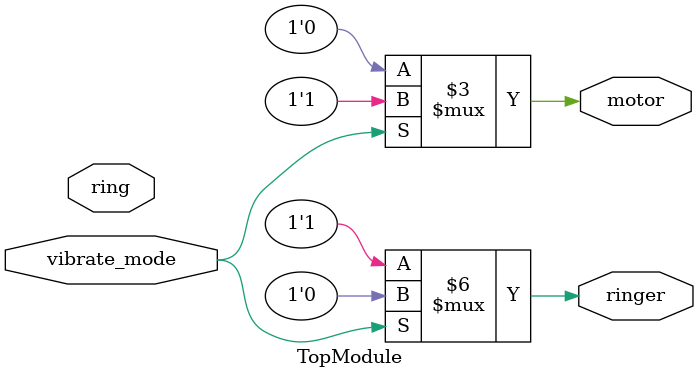
<source format=sv>

module TopModule (
  input ring,
  input vibrate_mode,
  output ringer,
  output motor
);

  // If vibrate mode is enabled, turn on the motor and disable the ringer
  // Otherwise, turn on the ringer and disable the motor.
  always_comb begin
    if (vibrate_mode) begin
      ringer = 0;
      motor = 1;
    end else begin
      ringer = 1;
      motor = 0;
    end
  end

endmodule

// VERILOG-EVAL: errant inclusion of module definition

</source>
